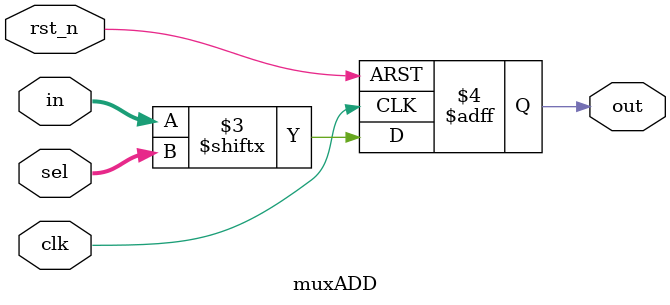
<source format=sv>
`define INUM 16
`define LOGINUM 4

module muxADD (
    input logic clk,    // Clock
    input logic rst_n,  // Asynchronous reset active low
    input logic [`INUM-1:0] in,
    input logic [`LOGINUM-1:0] sel,
    output logic out
);

    always_ff @(posedge clk or negedge rst_n) begin : proc_out
        if(~rst_n) begin
            out <= 0;
        end else begin
            out <= in[sel];
        end
    end

endmodule
</source>
